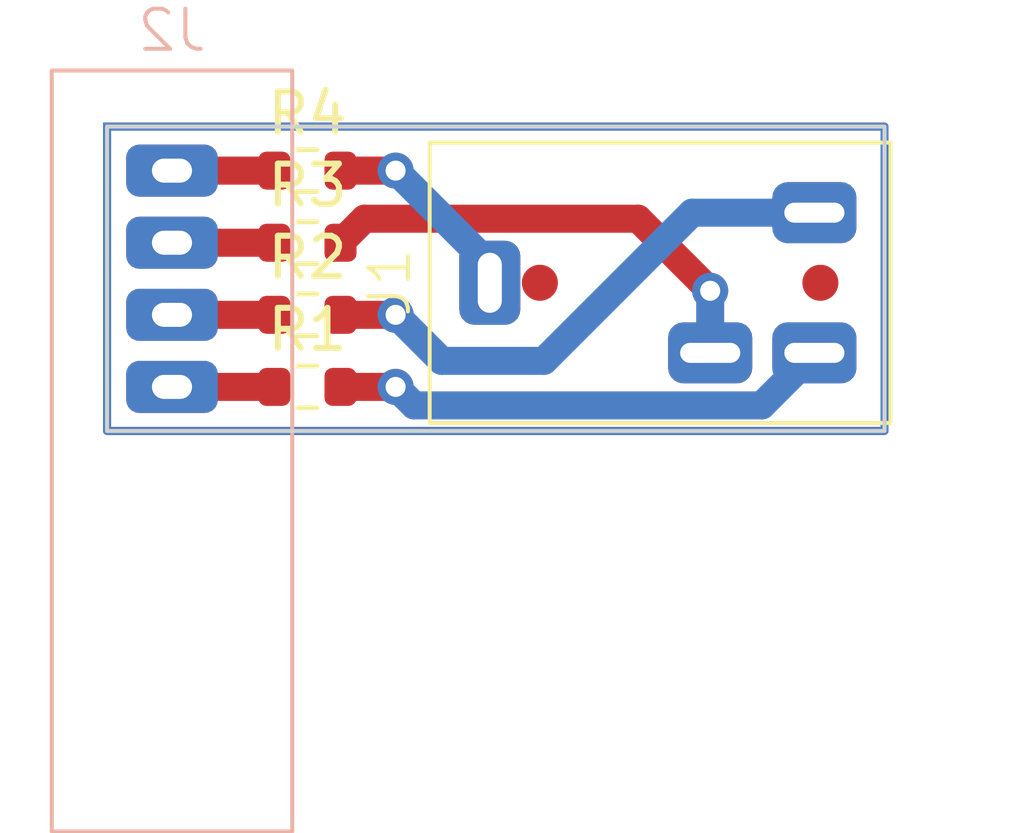
<source format=kicad_pcb>
(kicad_pcb (version 20221018) (generator pcbnew)
  (layers (0 "F.Cu" signal) (31 "B.Cu" signal) (34 "B.Paste" user) (35 "F.Paste" user) (36 "B.SilkS" user "B.Silkscreen") (37 "F.SilkS" user "F.Silkscreen") (38 "B.Mask" user) (39 "F.Mask" user) (44 "Edge.Cuts" user))
  (net 0 "")
  (net 1 "Net-(J1-PadR1)")
  (net 2 "Net-(J1-PadR2)")
  (net 3 "Net-(J1-PadS)")
  (net 4 "Net-(J1-PadT)")
  (net 5 "Net-(J2-PadR1)")
  (net 6 "Net-(J2-PadR2)")
  (net 7 "Net-(J2-PadS)")
  (net 8 "Net-(J2-PadT)")
  (footprint "Library:2.5mm Jack" (layer "F.Cu") (at 157.45 92.2 90)
    (fp_text reference "J1" (at 0 -12.5 90 unlocked) (layer "F.SilkS") (effects (font (thickness 0.1))))
    (fp_text value "AudioJack4")
    (fp_circle (center 0 -8.75) (end 0.4 -8.75) (stroke (width 0.1)) (fill solid) (layer "F.Cu"))
    (fp_circle (center 0 -1.75) (end 0.4 -1.75) (stroke (width 0.1)) (fill solid) (layer "F.Cu"))
    (fp_rect (start -3.5 -11.5) (end 3.5 0) (stroke (width 0.1)) (fill none) (layer "F.SilkS"))
    (pad "R1" thru_hole roundrect (at -1.75 -4.5) (size 2.1 1.524) (drill oval 1.5 0.5) (layers "*.Cu" "*.Mask") (net 1 "Net-(J1-PadR1)"))
    (pad "R2" thru_hole roundrect (at 1.75 -1.9) (size 2.1 1.524) (drill oval 1.5 0.5) (layers "*.Cu" "*.Mask") (net 2 "Net-(J1-PadR2)"))
    (pad "S" thru_hole roundrect (at -1.75 -1.9) (size 2.1 1.524) (drill oval 1.5 0.5) (layers "*.Cu" "*.Mask") (net 3 "Net-(J1-PadS)"))
    (pad "T" thru_hole roundrect (at 0 -10 90) (size 2.1 1.524) (drill oval 1.5 0.6) (layers "*.Cu" "*.Mask") (net 4 "Net-(J1-PadT)"))
  )
  (footprint "Resistor_SMD:R_0603_1608Metric" (layer "F.Cu") (at 142.9 91.2)
    (fp_text reference "R3" (at 0 -1.43) (layer "F.SilkS"))
    (fp_text value "1k")
    (fp_line (start -0.237258 -0.5225) (end 0.237258 -0.5225) (stroke (width 0.12)) (layer "F.SilkS"))
    (fp_line (start -0.237258 0.5225) (end 0.237258 0.5225) (stroke (width 0.12)) (layer "F.SilkS"))
    (pad "1" smd roundrect (at -0.825 0) (size 0.8 0.95) (layers "F.Cu" "F.Paste" "F.Mask") (net 5 "Net-(J2-PadR1)"))
    (pad "2" smd roundrect (at 0.825 0) (size 0.8 0.95) (layers "F.Cu" "F.Paste" "F.Mask") (net 1 "Net-(J1-PadR1)"))
  )
  (footprint "Resistor_SMD:R_0603_1608Metric" (layer "F.Cu") (at 142.9 94.8)
    (fp_text reference "R1" (at 0 -1.43) (layer "F.SilkS"))
    (fp_text value "1k")
    (fp_line (start -0.237258 -0.5225) (end 0.237258 -0.5225) (stroke (width 0.12)) (layer "F.SilkS"))
    (fp_line (start -0.237258 0.5225) (end 0.237258 0.5225) (stroke (width 0.12)) (layer "F.SilkS"))
    (pad "1" smd roundrect (at -0.825 0) (size 0.8 0.95) (layers "F.Cu" "F.Paste" "F.Mask") (net 7 "Net-(J2-PadS)"))
    (pad "2" smd roundrect (at 0.825 0) (size 0.8 0.95) (layers "F.Cu" "F.Paste" "F.Mask") (net 3 "Net-(J1-PadS)"))
  )
  (footprint "Resistor_SMD:R_0603_1608Metric" (layer "F.Cu") (at 142.9 89.4)
    (fp_text reference "R4" (at 0 -1.43) (layer "F.SilkS"))
    (fp_text value "1k")
    (fp_line (start -0.237258 -0.5225) (end 0.237258 -0.5225) (stroke (width 0.12)) (layer "F.SilkS"))
    (fp_line (start -0.237258 0.5225) (end 0.237258 0.5225) (stroke (width 0.12)) (layer "F.SilkS"))
    (pad "1" smd roundrect (at -0.825 0) (size 0.8 0.95) (layers "F.Cu" "F.Paste" "F.Mask") (net 8 "Net-(J2-PadT)"))
    (pad "2" smd roundrect (at 0.825 0) (size 0.8 0.95) (layers "F.Cu" "F.Paste" "F.Mask") (net 4 "Net-(J1-PadT)"))
  )
  (footprint "Resistor_SMD:R_0603_1608Metric" (layer "F.Cu") (at 142.9 93)
    (fp_text reference "R2" (at 0 -1.43) (layer "F.SilkS"))
    (fp_text value "1k")
    (fp_line (start -0.237258 -0.5225) (end 0.237258 -0.5225) (stroke (width 0.12)) (layer "F.SilkS"))
    (fp_line (start -0.237258 0.5225) (end 0.237258 0.5225) (stroke (width 0.12)) (layer "F.SilkS"))
    (pad "1" smd roundrect (at -0.825 0) (size 0.8 0.95) (layers "F.Cu" "F.Paste" "F.Mask") (net 6 "Net-(J2-PadR2)"))
    (pad "2" smd roundrect (at 0.825 0) (size 0.8 0.95) (layers "F.Cu" "F.Paste" "F.Mask") (net 2 "Net-(J1-PadR2)"))
  )
  (footprint "Library:2.5mm Plug" (layer "B.Cu") (at 139.52 95.9 180)
    (fp_text reference "J2" (at 0 10 unlocked) (layer "B.SilkS") (effects (font (thickness 0.1)) (justify mirror)))
    (fp_text value "AudioPlug4")
    (fp_rect (start -3 9) (end 3 -10) (stroke (width 0.1)) (fill none) (layer "B.SilkS"))
    (pad "R1" thru_hole roundrect (at 0 4.7 180) (size 2.286 1.3) (drill oval 1 0.6) (layers "*.Cu" "*.Mask") (net 5 "Net-(J2-PadR1)"))
    (pad "R2" thru_hole roundrect (at 0 2.9 180) (size 2.286 1.3) (drill oval 1 0.6) (layers "*.Cu" "*.Mask") (net 6 "Net-(J2-PadR2)"))
    (pad "S" thru_hole roundrect (at 0 1.1 180) (size 2.286 1.3) (drill oval 1 0.6) (layers "*.Cu" "*.Mask") (net 7 "Net-(J2-PadS)"))
    (pad "T" thru_hole roundrect (at 0 6.5 180) (size 2.286 1.3) (drill oval 1 0.6) (layers "*.Cu" "*.Mask") (net 8 "Net-(J2-PadT)"))
  )
  (gr_rect (start 137.9 88.3) (end 157.3 95.9) (stroke (width 0.2)) (fill none) (layer "F.Cu"))
  (gr_rect (start 137.9 88.3) (end 157.3 95.9) (stroke (width 0.2)) (fill none) (layer "B.Cu"))
  (gr_rect (start 137.9 88.3) (end 157.3 95.9) (stroke (width 0.1)) (fill none) (layer "Edge.Cuts"))
  (segment (start 143.725 91.2) (end 144.325 90.6) (width 0.7) (layer "F.Cu") (net 1))
  (segment (start 151.15 90.6) (end 152.95 92.4) (width 0.7) (layer "F.Cu") (net 1))
  (segment (start 144.325 90.6) (end 151.15 90.6) (width 0.7) (layer "F.Cu") (net 1))
  (via (at 152.95 92.4) (size 0.9) (drill 0.5) (layers "F.Cu" "B.Cu") (net 1))
  (segment (start 152.95 92.4) (end 152.95 93.95) (width 0.7) (layer "B.Cu") (net 1))
  (segment (start 143.725 93) (end 145.1 93) (width 0.7) (layer "F.Cu") (net 2))
  (via (at 145.1 93) (size 0.9) (drill 0.5) (layers "F.Cu" "B.Cu") (net 2))
  (segment (start 148.8 94.15) (end 152.5 90.45) (width 0.7) (layer "B.Cu") (net 2))
  (segment (start 146.25 94.15) (end 148.8 94.15) (width 0.7) (layer "B.Cu") (net 2))
  (segment (start 152.5 90.45) (end 155.55 90.45) (width 0.7) (layer "B.Cu") (net 2))
  (segment (start 145.1 93) (end 146.25 94.15) (width 0.7) (layer "B.Cu") (net 2))
  (segment (start 143.725 94.8) (end 145.1 94.8) (width 0.7) (layer "F.Cu") (net 3))
  (via (at 145.1 94.8) (size 0.9) (drill 0.5) (layers "F.Cu" "B.Cu") (net 3))
  (segment (start 145.1 94.8) (end 145.562 95.262) (width 0.7) (layer "B.Cu") (net 3))
  (segment (start 154.238 95.262) (end 155.55 93.95) (width 0.7) (layer "B.Cu") (net 3))
  (segment (start 145.562 95.262) (end 154.238 95.262) (width 0.7) (layer "B.Cu") (net 3))
  (segment (start 143.725 89.4) (end 145.1 89.4) (width 0.7) (layer "F.Cu") (net 4))
  (via (at 145.1 89.4) (size 0.9) (drill 0.5) (layers "F.Cu" "B.Cu") (net 4))
  (segment (start 147.45 91.75) (end 147.45 92.2) (width 0.7) (layer "B.Cu") (net 4))
  (segment (start 145.1 89.4) (end 147.45 91.75) (width 0.7) (layer "B.Cu") (net 4))
  (segment (start 139.52 91.2) (end 142.075 91.2) (width 0.7) (layer "F.Cu") (net 5))
  (segment (start 139.52 93) (end 142.075 93) (width 0.7) (layer "F.Cu") (net 6))
  (segment (start 139.52 94.8) (end 142.075 94.8) (width 0.7) (layer "F.Cu") (net 7))
  (segment (start 139.52 89.4) (end 142.075 89.4) (width 0.7) (layer "F.Cu") (net 8))
)
</source>
